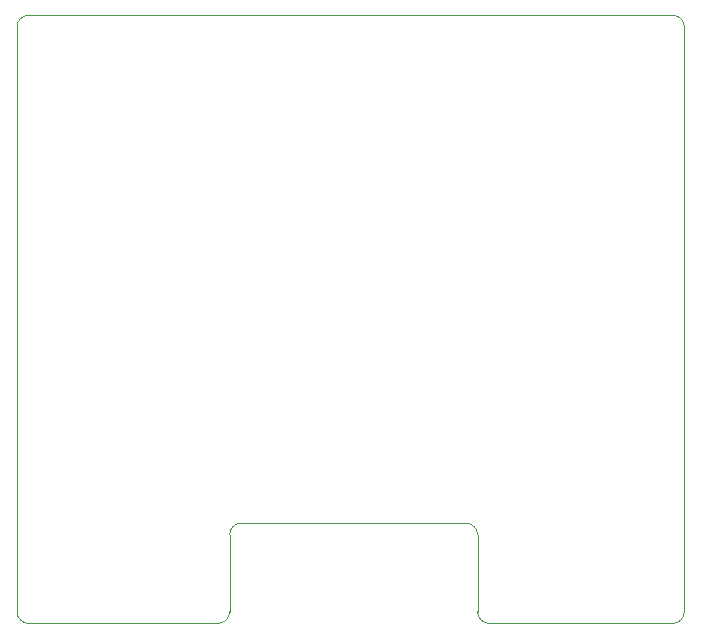
<source format=gbr>
%TF.GenerationSoftware,KiCad,Pcbnew,5.1.9*%
%TF.CreationDate,2021-01-15T16:17:28-05:00*%
%TF.ProjectId,quick_current_sensor,71756963-6b5f-4637-9572-72656e745f73,rev?*%
%TF.SameCoordinates,PX876bf80PY41cdb40*%
%TF.FileFunction,Profile,NP*%
%FSLAX46Y46*%
G04 Gerber Fmt 4.6, Leading zero omitted, Abs format (unit mm)*
G04 Created by KiCad (PCBNEW 5.1.9) date 2021-01-15 16:17:28*
%MOMM*%
%LPD*%
G01*
G04 APERTURE LIST*
%TA.AperFunction,Profile*%
%ADD10C,0.050000*%
%TD*%
G04 APERTURE END LIST*
D10*
X-57500000Y-2000000D02*
G75*
G02*
X-56500000Y-1000000I1000000J0D01*
G01*
X-2000000Y-1000000D02*
G75*
G02*
X-1000000Y-2000000I0J-1000000D01*
G01*
X-1000000Y-51500000D02*
G75*
G02*
X-2000000Y-52500000I-1000000J0D01*
G01*
X-17500000Y-52500000D02*
G75*
G02*
X-18500000Y-51500000I0J1000000D01*
G01*
X-19500000Y-44000000D02*
G75*
G02*
X-18500000Y-45000000I0J-1000000D01*
G01*
X-39500000Y-45000000D02*
G75*
G02*
X-38500000Y-44000000I1000000J0D01*
G01*
X-39500000Y-51500000D02*
G75*
G02*
X-40500000Y-52500000I-1000000J0D01*
G01*
X-56500000Y-52500000D02*
G75*
G02*
X-57500000Y-51500000I0J1000000D01*
G01*
X-17500000Y-52500000D02*
X-2000000Y-52500000D01*
X-18500000Y-45000000D02*
X-18500000Y-51500000D01*
X-38500000Y-44000000D02*
X-19500000Y-44000000D01*
X-39500000Y-51500000D02*
X-39500000Y-45000000D01*
X-57500000Y-51500000D02*
X-57500000Y-2000000D01*
X-40500000Y-52500000D02*
X-56500000Y-52500000D01*
X-1000000Y-2000000D02*
X-1000000Y-51500000D01*
X-56500000Y-1000000D02*
X-2000000Y-1000000D01*
M02*

</source>
